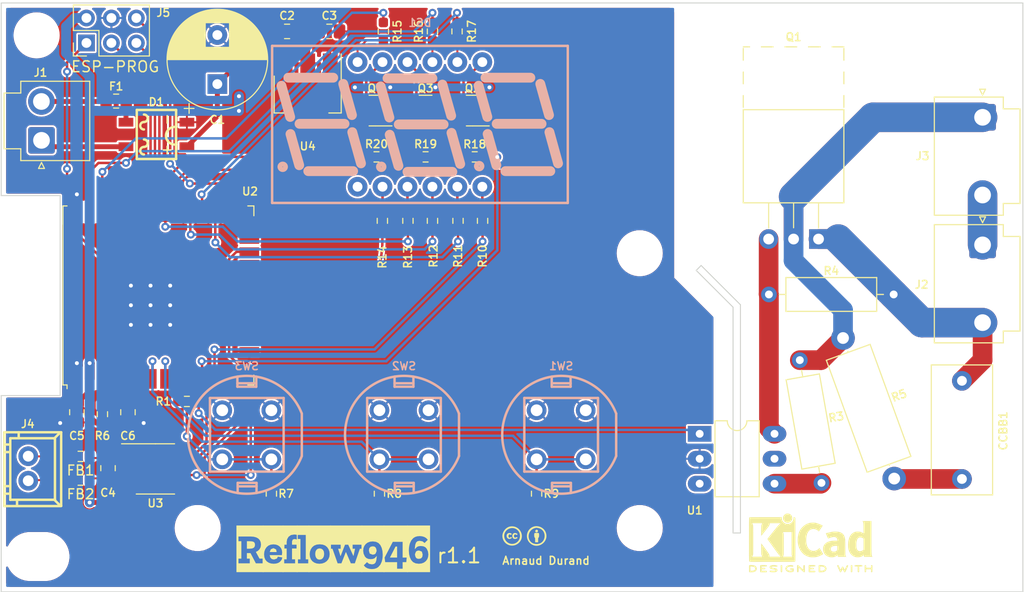
<source format=kicad_pcb>
(kicad_pcb (version 20240108) (generator "pcbnew") (generator_version "8.0")
  (layers (0 "F.Cu" signal) (31 "B.Cu" signal) (34 "B.Paste" user) (35 "F.Paste" user) (36 "B.SilkS" user "B.Silkscreen") (37 "F.SilkS" user "F.Silkscreen") (38 "B.Mask" user) (39 "F.Mask" user) (44 "Edge.Cuts" user))
  (net 0 "")
  (net 1 "Net-(C1-Pad1)")
  (net 2 "Net-(C4-Pad1)")
  (net 3 "Net-(C4-Pad2)")
  (net 4 "/ENABLE")
  (net 5 "Net-(CCBB1-Pad1)")
  (net 6 "Net-(CCBB1-Pad2)")
  (net 7 "Net-(D1-Pad2)")
  (net 8 "Net-(DS1-Pad1)")
  (net 9 "Net-(DS1-Pad2)")
  (net 12 "Net-(DS1-Pad3)")
  (net 13 "Net-(DS1-Pad4)")
  (net 14 "GND")
  (net 15 "Net-(DS1-Pad5)")
  (net 16 "+3.3V")
  (net 17 "Net-(DS1-Pad7)")
  (net 18 "Net-(DS1-Pad8)")
  (net 19 "Net-(DS1-Pad9)")
  (net 20 "Net-(D1-Pad1)")
  (net 21 "Net-(FB1-Pad2)")
  (net 22 "Net-(DS1-Pad10)")
  (net 23 "Net-(DS1-Pad11)")
  (net 24 "Net-(DS1-Pad12)")
  (net 25 "Net-(R1-Pad2)")
  (net 26 "Net-(F1-Pad1)")
  (net 28 "Net-(J3-Pad1)")
  (net 29 "/TX")
  (net 30 "/RX")
  (net 31 "/IO0")
  (net 35 "Net-(Q2-Pad1)")
  (net 36 "Net-(Q3-Pad1)")
  (net 37 "Net-(Q4-Pad1)")
  (net 38 "/firingpulse")
  (net 39 "/d2")
  (net 40 "/button3")
  (net 41 "/button2")
  (net 42 "/button1")
  (net 43 "/e")
  (net 50 "/d")
  (net 52 "/dp")
  (net 54 "/c")
  (net 55 "/g")
  (net 56 "/b")
  (net 57 "/f")
  (net 58 "/a")
  (net 60 "/d3")
  (net 61 "/d1")
  (net 62 "/MISO")
  (net 63 "/CLK")
  (net 64 "/CS")
  (net 65 "Net-(FB2-Pad2)")
  (net 66 "Net-(J2-Pad1)")
  (net 67 "Net-(Q1-Pad3)")
  (net 68 "Net-(R3-Pad1)")
  (footprint "kibuzzard-632CED8E" (layer "F.Cu") (at 133.8 125.61488)
    (property "Reference" "kibuzzard-632CED8E" (hide yes))
    (property "Value" "G***" (hide yes))
  )
  (footprint "Connector_PinHeader_2.54mm:PinHeader_2x03_P2.54mm_Vertical" (layer "F.Cu") (at 108.675 74.075 90)
    (property "Reference" "J5")
    (property "Value" "HDR-M-2.54_2x3" (hide yes))
  )
  (footprint "reflow946:MB-F" (layer "F.Cu") (at 115.8 83.4)
    (property "Reference" "D1")
    (property "Value" "MB6F" (hide yes))
  )
  (footprint "RF_Module:ESP32-WROOM-32U" (layer "F.Cu") (at 116 99.8 90)
    (property "Reference" "U2")
    (property "Value" "ESP32-WROOM-32U" (hide yes))
  )
  (footprint "reflow946:MountingHole_4.5x6mm" (layer "F.Cu") (at 103.7 126.4)
    (property "Reference" "REF**" (hide yes))
    (property "Value" "MountingHole_4.5x6mm" (hide yes))
  )
  (footprint "Resistor_SMD:R_0603_1608Metric_Pad0.98x0.95mm_HandSolder" (layer "F.Cu") (at 143.9 92.2 90)
    (property "Reference" "R12")
    (property "Value" "220R" (hide yes))
  )
  (footprint "Capacitor_SMD:C_0805_2012Metric_Pad1.18x1.45mm_HandSolder" (layer "F.Cu") (at 112.9 111.7 90)
    (property "Reference" "C6")
    (property "Value" "0.01u" (hide yes))
  )
  (footprint "Capacitor_SMD:C_0805_2012Metric_Pad1.18x1.45mm_HandSolder" (layer "F.Cu") (at 133.4 72.9)
    (property "Reference" "C3")
    (property "Value" "10u" (hide yes))
  )
  (footprint "Resistor_SMD:R_0603_1608Metric_Pad0.98x0.95mm_HandSolder" (layer "F.Cu") (at 154.5 120 -90)
    (property "Reference" "R9")
    (property "Value" "10k" (hide yes))
  )
  (footprint "Capacitor_SMD:C_0805_2012Metric_Pad1.18x1.45mm_HandSolder" (layer "F.Cu") (at 107.7 111.7 90)
    (property "Reference" "C5")
    (property "Value" "10u" (hide yes))
  )
  (footprint "reflow946:MountingHole_4.2mm" (layer "F.Cu") (at 165 95.5)
    (property "Reference" "REF**" (hide yes))
    (property "Value" "MountingHole_4.2mm" (hide yes))
  )
  (footprint "Resistor_SMD:R_0603_1608Metric_Pad0.98x0.95mm_HandSolder" (layer "F.Cu") (at 108.077 118.618 180)
    (property "Reference" "FB2")
    (property "Value" "FerriteBead")
  )
  (footprint "Resistor_SMD:R_0603_1608Metric_Pad0.98x0.95mm_HandSolder" (layer "F.Cu") (at 108.077 116.2 180)
    (property "Reference" "FB1")
    (property "Value" "FerriteBead")
  )
  (footprint "Resistor_SMD:R_0603_1608Metric_Pad0.98x0.95mm_HandSolder" (layer "F.Cu") (at 118.9 110.6)
    (property "Reference" "R1")
    (property "Value" "220R" (hide yes))
  )
  (footprint "Resistor_SMD:R_0603_1608Metric_Pad0.98x0.95mm_HandSolder" (layer "F.Cu") (at 146.4 72.9 -90)
    (property "Reference" "R17")
    (property "Value" "220R" (hide yes))
  )
  (footprint "Symbol:KiCad-Logo2_5mm_SilkScreen" (layer "F.Cu") (at 182.4 125)
    (property "Reference" "REF**" (hide yes))
    (property "Value" "KiCad-Logo2_5mm_SilkScreen" (hide yes))
  )
  (footprint "reflow946:CONN-TH_XH-2A" (layer "F.Cu") (at 102.75 117.43 -90)
    (property "Reference" "J4")
    (property "Value" "XH-A2" (hide yes))
  )
  (footprint "Resistor_SMD:R_0603_1608Metric_Pad0.98x0.95mm_HandSolder" (layer "F.Cu") (at 143.9 72.9 -90)
    (property "Reference" "R16")
    (property "Value" "220R" (hide yes))
  )
  (footprint "Capacitor_THT:CP_Radial_D10.0mm_P5.00mm" (layer "F.Cu") (at 122 78.267677 90)
    (property "Reference" "C1")
    (property "Value" "1000u" (hide yes))
  )
  (footprint "Resistor_SMD:R_0603_1608Metric_Pad0.98x0.95mm_HandSolder" (layer "F.Cu") (at 141.4 92.2 90)
    (property "Reference" "R13")
    (property "Value" "220R" (hide yes))
  )
  (footprint "Connector_JST:JST_VH_B2P3-VH_1x02_P7.92mm_Vertical" (layer "F.Cu") (at 199.9 94.65 -90)
    (property "Reference" "J2")
    (property "Value" "VH-3A2" (hide yes))
  )
  (footprint "Package_TO_SOT_SMD:SOT-223-3_TabPin2" (layer "F.Cu") (at 131.2 79.3 -90)
    (property "Reference" "U4")
    (property "Value" "AMS1117-3.3" (hide yes))
  )
  (footprint "Connector_JST:JST_VH_B2P3-VH_1x02_P7.92mm_Vertical" (layer "F.Cu") (at 199.9 81.65 -90)
    (property "Reference" "J3")
    (property "Value" "VH-3A2" (hide yes))
  )
  (footprint "Resistor_THT:R_Axial_DIN0414_L11.9mm_D4.5mm_P15.24mm_Horizontal" (layer "F.Cu") (at 190.906194 118.460458 110)
    (property "Reference" "R5")
    (property "Value" "100R" (hide yes))
  )
  (footprint "Capacitor_SMD:C_0805_2012Metric_Pad1.18x1.45mm_HandSolder" (layer "F.Cu") (at 129.1 72.9 180)
    (property "Reference" "C2")
    (property "Value" "10u" (hide yes))
  )
  (footprint "Capacitor_SMD:C_0805_2012Metric_Pad1.18x1.45mm_HandSolder" (layer "F.Cu") (at 110.871 117.4 90)
    (property "Reference" "C4")
    (property "Value" "0.01u" (hide yes))
  )
  (footprint "Package_TO_SOT_SMD:SOT-23" (layer "F.Cu") (at 143.2 80.968344 180)
    (property "Reference" "Q3")
    (property "Value" "MMBT3906" (hide yes))
  )
  (footprint "reflow946:MountingHole_4.2mm" (layer "F.Cu") (at 120 123.5)
    (property "Reference" "REF**" (hide yes))
    (property "Value" "MountingHole_4.2mm" (hide yes))
  )
  (footprint "Resistor_SMD:R_0603_1608Metric_Pad0.98x0.95mm_HandSolder" (layer "F.Cu") (at 148.2 85.683858 180)
    (property "Reference" "R18")
    (property "Value" "1k" (hide yes))
  )
  (footprint "Package_DIP:DIP-6_W7.62mm_LongPads" (layer "F.Cu") (at 171.1 113.9)
    (property "Reference" "U1")
    (property "Value" "MOC3041M" (hide yes))
  )
  (footprint "Resistor_THT:R_Axial_DIN0309_L9.0mm_D3.2mm_P12.70mm_Horizontal" (layer "F.Cu") (at 178.15 99.7)
    (property "Reference" "R4")
    (property "Value" "330R" (hide yes))
  )
  (footprint "Resistor_SMD:R_0603_1608Metric_Pad0.98x0.95mm_HandSolder" (layer "F.Cu") (at 143.2 85.683858)
    (property "Reference" "R19")
    (property "Value" "1k" (hide yes))
  )
  (footprint "Resistor_SMD:R_0603_1608Metric_Pad0.98x0.95mm_HandSolder" (layer "F.Cu") (at 138.9 72.9 -90)
    (property "Reference" "R15")
    (property "Value" "220R" (hide yes))
  )
  (footprint "Package_TO_SOT_SMD:SOT-23" (layer "F.Cu") (at 138.1 80.968344 180)
    (property "Reference" "Q4")
    (property "Value" "MMBT3906" (hide yes))
  )
  (footprint "reflow946:MountingHole_4.2mm" (layer "F.Cu") (at 194.6 73.3)
    (property "Reference" "REF**" (hide yes))
    (property "Value" "MountingHole_4.2mm" (hide yes))
  )
  (footprint "Resistor_SMD:R_0603_1608Metric_Pad0.98x0.95mm_HandSolder" (layer "F.Cu") (at 138.8 92.2 90)
    (property "Reference" "R14")
    (property "Value" "220R" (hide yes))
  )
  (footprint "Connector_JST:JST_VH_B2P-VH_1x02_P3.96mm_Vertical" (layer "F.Cu") (at 104.1 84 90)
    (property "Reference" "J1")
    (property "Value" "VH-2A" (hide yes))
  )
  (footprint "reflow946:MountingHole_4.5x6mm" (layer "F.Cu") (at 194.6 126.4)
    (property "Reference" "REF**" (hide yes))
    (property "Value" "MountingHole_4.5x6mm" (hide yes))
  )
  (footprint "Resistor_THT:R_Axial_DIN0309_L9.0mm_D3.2mm_P12.70mm_Horizontal" (layer "F.Cu") (at 183.5 118.9 100)
    (property "Reference" "R3")
    (property "Value" "30R" (hide yes))
  )
  (footprint "Package_TO_SOT_SMD:SOT-23" (layer "F.Cu") (at 148 80.968344 180)
    (property "Reference" "Q2")
    (property "Value" "MMBT3906" (hide yes))
  )
  (footprint "reflow946:MountingHole_4.2mm" (layer "F.Cu") (at 165 123.5)
    (property "Reference" "REF**" (hide yes))
    (property "Value" "MountingHole_4.2mm" (hide yes))
  )
  (footprint "Fuse:Fuse_0805_2012Metric_Pad1.15x1.40mm_HandSolder" (layer "F.Cu") (at 111.7 80)
    (property "Reference" "F1")
    (property "Value" "SMD0805-020-16V" (hide yes))
  )
  (footprint "Resistor_SMD:R_0603_1608Metric_Pad0.98x0.95mm_HandSolder" (layer "F.Cu") (at 127.5 120 -90)
    (property "Reference" "R7")
    (property "Value" "10k" (hide yes))
  )
  (footprint "Resistor_SMD:R_0603_1608Metric_Pad0.98x0.95mm_HandSolder" (layer "F.Cu") (at 138.2 85.683858)
    (property "Reference" "R20")
    (property "Value" "1k" (hide yes))
  )
  (footprint "Package_TO_SOT_THT:TO-220-3_Horizontal_TabUp" (layer "F.Cu") (at 183.2 94.055 180)
    (property "Reference" "Q1")
    (property "Value" "BTA16-600BRG" (hide yes))
  )
  (footprint "Package_SO:SOIC-8_3.9x4.9mm_P1.27mm" (layer "F.Cu") (at 115.697 117.475)
    (property "Reference" "U3")
    (property "Value" "MAX31855KASA" (hide yes))
  )
  (footprint "Resistor_SMD:R_0603_1608Metric_Pad0.98x0.95mm_HandSolder" (layer "F.Cu") (at 146.5 92.2 90)
    (property "Reference" "R11")
    (property "Value" "220R" (hide yes))
  )
  (footprint "Resistor_SMD:R_0603_1608Metric_Pad0.98x0.95mm_HandSolder" (layer "F.Cu") (at 138.5 120 -90)
    (property "Reference" "R8")
    (property "Value" "10k" (hide yes))
  )
  (footprint "Resistor_SMD:R_0603_1608Metric_Pad0.98x0.95mm_HandSolder" (layer "F.Cu") (at 149 92.2 90)
    (property "Reference" "R10")
    (property "Value" "220R" (hide yes))
  )
  (footprint "reflow946:MountingHole_4.2mm" (layer "F.Cu") (at 103.6 73.3)
    (property "Reference" "REF**" (hide yes))
    (property "Value" "MountingHole_4.2mm" (hide yes))
  )
  (footprint "Resistor_SMD:R_0603_1608Metric_Pad0.98x0.95mm_HandSolder" (layer "F.Cu") (at 110.3 111.9 -90)
    (property "Reference" "R6")
    (property "Value" "10k" (hide yes))
  )
  (footprint "Capacitor_THT:C_Rect_L13.0mm_W6.0mm_P10.00mm_FKS3_FKP3_MKS4" (layer "F.Cu") (at 197.8 118.5 90)
    (property "Reference" "CCBB1")
    (property "Value" "100n" (hide yes))
  )
  (footprint "reflow946:FJ4301BH" (layer "B.Cu") (at 142.625 82.37513 180)
    (property "Reference" "DS1")
    (property "Value" "FJ4301BH" (hide yes))
  )
  (footprint "reflow946:SW-TH_D6C10F1LFS" (layer "B.Cu") (at 125 114 180)
    (property "Reference" "SW3")
    (property "Value" "SW_Push" (hide yes))
  )
  (footprint "reflow946:SW-TH_D6C10F1LFS" (layer "B.Cu") (at 141 114 180)
    (property "Reference" "SW2")
    (property "Value" "SW_Push" (hide yes))
  )
  (footprint "reflow946:SW-TH_D6C10F1LFS" (layer "B.Cu") (at 157 114 180)
    (property "Reference" "SW1")
    (property "Value" "SW_Push" (hide yes))
  )
  (gr_poly (pts (xy 151.7124 124.00432) (xy 151.6616 124.01093) (xy 151.61283 124.02566) (xy 151.56863 124.04801) (xy 151.53155 124.07747) (xy 151.50158 124.11253) (xy 151.4777 124.15215) (xy 151.46094 124.19533) (xy 151.45027 124.24054) (xy 151.44621 124.28728) (xy 151.44875 124.33452) (xy 151.45687 124.38126) (xy 151.4711 124.42647) (xy 151.49142 124.46914) (xy 151.51733 124.50775) (xy 151.54933 124.54179) (xy 151.58641 124.57023) (xy 151.62959 124.59157) (xy 151.67735 124.60529) (xy 151.74593 124.60935) (xy 151.81349 124.59868) (xy 151.87496 124.57633) (xy 151.92576 124.54636) (xy 151.96132 124.51232) (xy 151.97656 124.47778) (xy 151.96691 124.44527) (xy 151.92779 124.41987) (xy 151.90493 124.41631) (xy 151.87902 124.42037) (xy 151.85362 124.43104) (xy 151.79419 124.47676) (xy 151.7571 124.48895) (xy 151.72307 124.48641) (xy 151.69259 124.47016) (xy 151.66719 124.4412) (xy 151.6489 124.40056) (xy 151.63874 124.34976) (xy 151.63874 124.28982) (xy 151.66211 124.20701) (xy 151.70884 124.15672) (xy 151.76828 124.14453) (xy 151.82873 124.17806) (xy 151.84651 124.19025) (xy 151.86785 124.19431) (xy 151.89172 124.19076) (xy 151.91915 124.17958) (xy 151.95116 124.15621) (xy 151.96691 124.13234) (xy 151.96741 124.10745) (xy 151.95471 124.08357) (xy 151.93135 124.06071) (xy 151.89833 124.0409) (xy 151.85819 124.02413) (xy 151.81247 124.01194) (xy 151.76371 124.00483)) (fill solid) (layer "F.SilkS"))
  (gr_poly (pts (xy 154.4937 123.30684) (xy 154.43883 123.30785) (xy 154.38397 123.31192) (xy 154.32911 123.31903) (xy 154.27526 123.33021) (xy 154.21989 123.34494) (xy 154.16604 123.36272) (xy 154.11422 123.38253) (xy 154.06444 123.40539) (xy 154.01618 123.43079) (xy 153.97046 123.45822) (xy 153.92626 123.48819) (xy 153.84447 123.55423) (xy 153.77081 123.62789) (xy 153.73729 123.66752) (xy 153.67683 123.75083) (xy 153.64991 123.79452) (xy 153.60317 123.88596) (xy 153.56558 123.98146) (xy 153.53815 124.08001) (xy 153.52748 124.13031) (xy 153.51986 124.1806) (xy 153.51224 124.28321) (xy 153.51349 124.35992) (xy 153.6875 124.35992) (xy 153.69004 124.27559) (xy 153.7002 124.19127) (xy 153.70833 124.1491) (xy 153.73119 124.06681) (xy 153.76218 123.98603) (xy 153.80129 123.90831) (xy 153.84905 123.83414) (xy 153.90442 123.76455) (xy 153.96843 123.70003) (xy 154.04107 123.6411) (xy 154.08019 123.61418) (xy 154.12133 123.58929) (xy 154.16502 123.56592) (xy 154.21074 123.54458) (xy 154.30777 123.50851) (xy 154.35959 123.49378) (xy 154.46931 123.47143) (xy 154.52265 123.47753) (xy 154.6334 123.49429) (xy 154.735 123.51664) (xy 154.78275 123.53087) (xy 154.82847 123.54763) (xy 154.91331 123.58776) (xy 154.99001 123.63551) (xy 155.05809 123.68987) (xy 155.11854 123.75083) (xy 155.14597 123.78334) (xy 155.19372 123.85192) (xy 155.21506 123.88799) (xy 155.25113 123.96317) (xy 155.27957 124.04141) (xy 155.29989 124.12218) (xy 155.30751 124.16282) (xy 155.31615 124.24562) (xy 155.31717 124.32893) (xy 155.31056 124.41225) (xy 155.29634 124.49454) (xy 155.275 124.57481) (xy 155.24554 124.65253) (xy 155.20896 124.72721) (xy 155.16527 124.79782) (xy 155.14089 124.83135) (xy 155.08603 124.89434) (xy 155.05605 124.9238) (xy 154.99052 124.97765) (xy 154.91788 125.02439) (xy 154.83812 125.0635) (xy 154.79545 125.07976) (xy 154.70553 125.10516) (xy 154.65778 125.11481) (xy 154.60851 125.12141) (xy 154.55771 125.12548) (xy 154.50487 125.127) (xy 154.44849 125.12548) (xy 154.39413 125.12141) (xy 154.29151 125.10516) (xy 154.19703 125.07874) (xy 154.15283 125.06249) (xy 154.11067 125.04369) (xy 154.03193 125) (xy 153.99586 124.97562) (xy 153.92931 124.92075) (xy 153.89883 124.89129) (xy 153.84447 124.82728) (xy 153.79825 124.75769) (xy 153.75964 124.68403) (xy 153.72967 124.60681) (xy 153.70731 124.52655) (xy 153.69919 124.4854) (xy 153.68953 124.40209) (xy 153.6875 124.35992) (xy 153.51349 124.35992) (xy 153.51986 124.43765) (xy 153.52799 124.48895) (xy 153.53866 124.53975) (xy 153.55187 124.59005) (xy 153.56812 124.64034) (xy 153.58692 124.68961) (xy 153.60876 124.73838) (xy 153.63365 124.78613) (xy 153.66109 124.83287) (xy 153.69157 124.87859) (xy 153.72509 124.92279) (xy 153.76167 124.96597) (xy 153.80129 125.00813) (xy 153.84143 125.04623) (xy 153.92423 125.11481) (xy 153.96639 125.14478) (xy 154.05275 125.1966) (xy 154.14064 125.23775) (xy 154.18534 125.25502) (xy 154.27526 125.28143) (xy 154.36568 125.2982) (xy 154.4556 125.30582) (xy 154.54551 125.3048) (xy 154.63441 125.29566) (xy 154.72179 125.27788) (xy 154.80713 125.25299) (xy 154.88994 125.22047) (xy 154.96919 125.18085) (xy 155.04539 125.13462) (xy 155.11752 125.0823) (xy 155.18509 125.02439) (xy 155.24757 124.96089) (xy 155.30447 124.8918) (xy 155.35527 124.81865) (xy 155.39946 124.74092) (xy 155.43655 124.65913) (xy 155.46601 124.57328) (xy 155.4782 124.52959) (xy 155.48785 124.48489) (xy 155.50055 124.39294) (xy 155.5036 124.34621) (xy 155.50208 124.2507) (xy 155.49141 124.15367) (xy 155.46957 124.05461) (xy 155.43756 123.95454) (xy 155.41724 123.90425) (xy 155.39387 123.85345) (xy 155.36797 123.80569) (xy 155.33952 123.75896) (xy 155.30802 123.71476) (xy 155.27399 123.67209) (xy 155.23741 123.63094) (xy 155.19829 123.59233) (xy 155.15715 123.55576) (xy 155.06875 123.48921) (xy 155.02202 123.45975) (xy 154.97325 123.43231) (xy 154.92347 123.40742) (xy 154.87216 123.38507) (xy 154.82034 123.36526) (xy 154.767 123.34799) (xy 154.71315 123.33376) (xy 154.6588 123.32259) (xy 154.54907 123.30887)) (fill solid) (layer "F.SilkS"))
  (gr_poly (pts (xy 151.97707 123.32411) (xy 151.92271 123.32614) (xy 151.86785 123.33122) (xy 151.81197 123.33935) (xy 151.75405 123.35154) (xy 151.69767 123.3678) (xy 151.64229 123.38863) (xy 151.58794 123.41352) (xy 151.53511 123.44197) (xy 151.4838 123.47397) (xy 151.43452 123.50902) (xy 151.38677 123.54763) (xy 151.34156 123.58878) (xy 151.29838 123.63297) (xy 151.25774 123.67971) (xy 151.21964 123.72848) (xy 151.18408 123.77928) (xy 151.15157 123.8316) (xy 151.1221 123.88596) (xy 151.09569 123.94133) (xy 151.07333 123.99823) (xy 151.05403 124.05563) (xy 151.03828 124.11405) (xy 151.0266 124.17298) (xy 151.01898 124.23191) (xy 151.01581 124.31369) (xy 151.20287 124.31369) (xy 151.20338 124.26391) (xy 151.20694 124.21362) (xy 151.21405 124.16333) (xy 151.22472 124.11303) (xy 151.23894 124.06274) (xy 151.25672 124.01296) (xy 151.27857 123.96368) (xy 151.30397 123.91491) (xy 151.33394 123.86716) (xy 151.36747 123.81992) (xy 151.40353 123.77623) (xy 151.44265 123.73508) (xy 151.48431 123.69749) (xy 151.52901 123.66295) (xy 151.57524 123.63145) (xy 151.62401 123.60351) (xy 151.6743 123.57862) (xy 151.72611 123.55728) (xy 151.77945 123.5395) (xy 151.8333 123.52477) (xy 151.88817 123.5141) (xy 151.94354 123.50648) (xy 151.99942 123.50293) (xy 152.05479 123.50293) (xy 152.11016 123.50699) (xy 152.16553 123.51461) (xy 152.21938 123.52629) (xy 152.27272 123.54204) (xy 152.32505 123.56135) (xy 152.37585 123.58522) (xy 152.42614 123.61316) (xy 152.47389 123.64466) (xy 152.51809 123.67768) (xy 152.55923 123.71375) (xy 152.59733 123.75185) (xy 152.63188 123.79147) (xy 152.66337 123.83363) (xy 152.69233 123.87681) (xy 152.71722 123.92152) (xy 152.73957 123.96775) (xy 152.75888 124.01499) (xy 152.77463 124.06325) (xy 152.78783 124.11253) (xy 152.8046 124.21209) (xy 152.80917 124.31319) (xy 152.80663 124.36399) (xy 152.80155 124.41428) (xy 152.79291 124.46406) (xy 152.78174 124.51334) (xy 152.76751 124.56211) (xy 152.75075 124.60935) (xy 152.73043 124.65609) (xy 152.70757 124.70181) (xy 152.68166 124.74549) (xy 152.65271 124.78817) (xy 152.6207 124.82881) (xy 152.58616 124.86741) (xy 152.54857 124.90399) (xy 152.50843 124.93853) (xy 152.46525 124.97054) (xy 152.41903 125) (xy 152.37026 125.02642) (xy 152.31895 125.05029) (xy 152.26459 125.07112) (xy 152.20922 125.08789) (xy 152.15436 125.10059) (xy 152.1 125.10922) (xy 152.04666 125.11379) (xy 151.99383 125.11532) (xy 151.94201 125.11278) (xy 151.89071 125.10668) (xy 151.84092 125.09754) (xy 151.79215 125.08484) (xy 151.74491 125.0696) (xy 151.69868 125.05131) (xy 151.65398 125.02997) (xy 151.6108 125.00559) (xy 151.56965 124.97917) (xy 151.52952 124.95022) (xy 151.49193 124.91923) (xy 151.42131 124.85014) (xy 151.35985 124.77394) (xy 151.30701 124.69063) (xy 151.26434 124.60224) (xy 151.24707 124.55601) (xy 151.23234 124.50927) (xy 151.22015 124.46101) (xy 151.21151 124.41275) (xy 151.20541 124.36348) (xy 151.20287 124.31369) (xy 151.01581 124.31369) (xy 151.01644 124.35027) (xy 151.02203 124.40869) (xy 151.03066 124.46406) (xy 151.04184 124.51842) (xy 151.05555 124.57074) (xy 151.0901 124.67082) (xy 151.11042 124.71806) (xy 151.13328 124.76429) (xy 151.18459 124.85065) (xy 151.24351 124.93041) (xy 151.27552 124.96749) (xy 151.34461 125.03607) (xy 151.41928 125.09703) (xy 151.49904 125.14986) (xy 151.58286 125.19457) (xy 151.67074 125.23114) (xy 151.71595 125.24638) (xy 151.8079 125.26975) (xy 151.90239 125.28397) (xy 151.99789 125.28956) (xy 152.09441 125.28499) (xy 152.19093 125.27127) (xy 152.23919 125.26061) (xy 152.28695 125.2474) (xy 152.38143 125.21336) (xy 152.47389 125.16866) (xy 152.56381 125.11329) (xy 152.60749 125.08179) (xy 152.65067 125.04725) (xy 152.69233 125.01016) (xy 152.73195 124.97105) (xy 152.76853 124.93091) (xy 152.80257 124.88977) (xy 152.83355 124.84811) (xy 152.862 124.80544) (xy 152.8874 124.76226) (xy 152.91026 124.71806) (xy 152.94785 124.62865) (xy 152.97529 124.53721) (xy 152.99256 124.44476) (xy 153.00018 124.3523) (xy 152.99865 124.25985) (xy 152.99459 124.21362) (xy 152.97986 124.12269) (xy 152.95649 124.03379) (xy 152.92449 123.94692) (xy 152.9062 123.90475) (xy 152.86302 123.82297) (xy 152.81222 123.74524) (xy 152.75481 123.67158) (xy 152.69081 123.60351) (xy 152.62019 123.54153) (xy 152.54349 123.48616) (xy 152.4617 123.43739) (xy 152.37381 123.39675) (xy 152.3286 123.37948) (xy 152.28136 123.36424) (xy 152.18433 123.34087) (xy 152.13404 123.33275) (xy 152.08273 123.32716) (xy 152.03041 123.32411)) (fill solid) (layer "F.SilkS"))
  (gr_poly (pts (xy 152.29965 124.00585) (xy 152.25088 124.00788) (xy 152.20516 124.01702) (xy 152.16452 124.03328) (xy 152.1188 124.06477) (xy 152.08222 124.10541) (xy 152.05479 124.15317) (xy 152.03549 124.20651) (xy 152.02533 124.2634) (xy 152.02329 124.32182) (xy 152.0299 124.37923) (xy 152.04514 124.4346) (xy 152.06851 124.4854) (xy 152.1 124.52959) (xy 152.13963 124.56566) (xy 152.18738 124.59106) (xy 152.23259 124.60325) (xy 152.28136 124.60783) (xy 152.33165 124.60579) (xy 152.38093 124.59767) (xy 152.42817 124.58497) (xy 152.47084 124.56871) (xy 152.50691 124.5489) (xy 152.53434 124.52705) (xy 152.55161 124.50419) (xy 152.55619 124.48133) (xy 152.54653 124.45898) (xy 152.52012 124.43815) (xy 152.49116 124.42647) (xy 152.4617 124.42495) (xy 152.43122 124.43307) (xy 152.34994 124.47371) (xy 152.30676 124.47829) (xy 152.26866 124.4666) (xy 152.23716 124.44019) (xy 152.21379 124.40209) (xy 152.20059 124.35281) (xy 152.19805 124.29439) (xy 152.20821 124.22886) (xy 152.24681 124.17653) (xy 152.31336 124.14859) (xy 152.38042 124.15012) (xy 152.42106 124.18619) (xy 152.4302 124.20092) (xy 152.44646 124.20549) (xy 152.47084 124.19939) (xy 152.50539 124.18314) (xy 152.54603 124.15977) (xy 152.56076 124.14148) (xy 152.55111 124.11913) (xy 152.51758 124.08408) (xy 152.48456 124.05715) (xy 152.44392 124.03582) (xy 152.3982 124.02007) (xy 152.34943 124.00991)) (fill solid) (layer "F.SilkS"))
  (gr_poly (pts (xy 154.50487 123.98705) (xy 154.43121 123.98857) (xy 154.36517 123.99416) (xy 154.31387 124.0028) (xy 154.28593 124.0155) (xy 154.26916 124.04953) (xy 154.25849 124.10745) (xy 154.25341 124.18009) (xy 154.25443 124.25934) (xy 154.26002 124.33655) (xy 154.27069 124.40412) (xy 154.28542 124.45238) (xy 154.30472 124.47422) (xy 154.33012 124.48743) (xy 154.34435 124.52096) (xy 154.35044 124.59259) (xy 154.35197 124.95174) (xy 154.65778 124.95174) (xy 154.6588 124.59259) (xy 154.66489 124.52096) (xy 154.67912 124.48743) (xy 154.70452 124.47422) (xy 154.72382 124.45238) (xy 154.73906 124.40412) (xy 154.74922 124.33655) (xy 154.75532 124.25934) (xy 154.75583 124.18009) (xy 154.75075 124.10745) (xy 154.74059 124.04953) (xy 154.72331 124.0155) (xy 154.69537 124.0028) (xy 154.64457 123.99416) (xy 154.57853 123.98857)) (fill solid) (layer "F.SilkS"))
  (gr_poly (pts (xy 154.48913 123.6665) (xy 154.4429 123.68225) (xy 154.40175 123.71832) (xy 154.36771 123.76709) (xy 154.35451 123.80569) (xy 154.36213 123.84329) (xy 154.38905 123.88901) (xy 154.44442 123.93168) (xy 154.51453 123.93981) (xy 154.58209 123.91542) (xy 154.63086 123.86056) (xy 154.64508 123.80773) (xy 154.63797 123.75947) (xy 154.61511 123.71832) (xy 154.57955 123.68733) (xy 154.53637 123.66904)) (fill solid) (layer "F.SilkS"))
  (gr_line (start 174.50074 101.0007) (end 174.50074 124.00039) (stroke (width 0.1)) (layer "Edge.Cuts"))
  (gr_line (start 100 129.99987) (end 100 109.99999) (stroke (width 0.1)) (layer "Edge.Cuts"))
  (gr_line (start 174.50074 124.00039) (end 175.25004 124.00039) (stroke (width 0.1)) (layer "Edge.Cuts"))
  (gr_line (start 171.24954 96.74873) (end 170.74915 97.24912) (stroke (width 0.1)) (layer "Edge.Cuts"))
  (gr_line (start 100 109.99999) (end 105.99998 109.99999) (stroke (width 0.1)) (layer "Edge.Cuts"))
  (gr_line (start 100 89.625) (end 100 70) (stroke (width 0.1)) (layer "Edge.Cuts"))
  (gr_line (start 204.00029 129.99987) (end 100 129.99987) (stroke (width 0.1)) (layer "Edge.Cuts"))
  (gr_line (start 105.99998 109.99999) (end 105.99998 89.625) (stroke (width 0.1)) (layer "Edge.Cuts"))
  (gr_line (start 204.00029 70) (end 204.00029 129.99987) (stroke (width 0.1)) (layer "Edge.Cuts"))
  (gr_line (start 100 70) (end 204.00029 70) (stroke (width 0.1)) (layer "Edge.Cuts"))
  (gr_line (start 175.25004 124.00039) (end 175.25004 100.74923) (stroke (width 0.1)) (layer "Edge.Cuts"))
  (gr_line (start 105.99998 89.625) (end 100 89.625) (stroke (width 0.1)) (layer "Edge.Cuts"))
  (gr_line (start 170.74915 97.24912) (end 174.50074 101.0007) (stroke (width 0.1)) (layer "Edge.Cuts"))
  (gr_line (start 175.25004 100.74923) (end 171.24954 96.74873) (stroke (width 0.1)) (layer "Edge.Cuts"))
  (gr_text "Arnaud Durand" (at 150.92509 126.82279 0) (layer "F.SilkS") (effects (font (size 0.8 0.8)) (justify left)))
  (gr_text "ESP-PROG" (at 111.6 76.5 0) (layer "F.SilkS") (effects (font (size 1.1 1.1))))
  (gr_text "r1.1" (at 146.6 126.31618 0) (layer "F.SilkS") (effects (font (size 1.5 1.5) (thickness 0.2))))
  (segment (start 124.117677 76.15) (end 122 78.267677) (width 0.5) (layer "F.Cu") (net 1))
  (segment (start 122 81.55) (end 118.9 84.65) (width 0.5) (layer "F.Cu") (net 1))
  (segment (start 128.9 74.1375) (end 130.1375 72.9) (width 0.5) (layer "F.Cu") (net 1))
  (segment (start 128.9 76.15) (end 124.117677 76.15) (width 0.5) (layer "F.Cu") (net 1))
  (segment (start 122 78.267677) (end 122 81.55) (width 0.5) (layer "F.Cu") (net 1))
  (segment (start 128.9 76.15) (end 128.9 74.1375) (width 0.5) (layer "F.Cu") (net 1))
  (segment (start 111.1985 118.11) (end 110.871 118.4375) (width 0.2) (layer "F.Cu") (net 2))
  (segment (start 113.222 118.11) (end 111.1985 118.11) (width 0.2) (layer "F.Cu") (net 2))
  (segment (start 109.17 118.4375) (end 108.9895 118.618) (width 0.2) (layer "F.Cu") (net 2))
  (segment (start 110.871 118.4375) (end 109.17 118.4375) (width 0.2) (layer "F.Cu") (net 2))
  (segment (start 111.3485 116.84) (end 110.871 116.3625) (width 0.2) (layer "F.Cu") (net 3))
  (segment (start 113.222 116.84) (end 111.3485 116.84) (width 0.2) (layer "F.Cu") (net 3))
  (segment (start 109.152 116.3625) (end 108.9895 116.2) (width 0.2) (layer "F.Cu") (net 3))
  (segment (start 110.871 116.3625) (end 109.152 116.3625) (width 0.2) (layer "F.Cu") (net 3))
  (segment (start 106.7 77) (end 106.7 76.05) (width 0.25) (layer "F.Cu") (net 4))
  (segment (start 110.3 96.1) (end 106.7 92.5) (width 0.25) (layer "F.Cu") (net 4))
  (segment (start 110.3 110.9875) (end 110.3 96.1) (width 0.25) (layer "F.Cu") (net 4))
  (segment (start 106.7 76.05) (end 108.675 74.075) (width 0.25) (layer "F.Cu") (net 4))
  (segment (start 110.625 110.6625) (end 110.3 110.9875) (width 0.25) (layer "F.Cu") (net 4))
  (segment (start 112.9 110.6625) (end 110.625 110.6625) (width 0.25) (layer "F.Cu") (net 4))
  (segment (start 106.7 92.5) (end 106.7 86.9) (width 0.25) (layer "F.Cu") (net 4))
  (via (at 106.7 77) (size 0.8) (drill 0.4) (layers "F.Cu" "B.Cu") (net 4))
  (via (at 106.7 86.9) (size 0.8) (drill 0.4) (layers "F.Cu" "B.Cu") (net 4))
  (segment (start 106.7 86.9) (end 106.7 77) (width 0.25) (layer "B.Cu") (net 4))
  (segment (start 190.945736 118.5) (end 190.906194 118.460458) (width 2) (layer "F.Cu") (net 5))
  (segment (start 197.8 118.5) (end 190.945736 118.5) (width 2) (layer "F.Cu") (net 5))
  (segment (start 183.2 94.055) (end 185.205 94.055) (width 2) (layer "F.Cu") (net 6))
  (segment (start 199.9 102.57) (end 193.72 102.57) (width 3) (layer "F.Cu") (net 6))
  (segment (start 193.72 102.57) (end 190.85 99.7) (width 3) (layer "F.Cu") (net 6))
  (segment (start 185.205 94.055) (end 190.85 99.7) (width 3) (layer "F.Cu") (net 6))
  (segment (start 199.9 102.57) (end 199.9 106.4) (width 2) (layer "F.Cu") (net 6))
  (segment (start 199.9 106.4) (end 197.8 108.5) (width 2) (layer "F.Cu") (net 6))
  (segment (start 199.9 102.57) (end 193.72 102.57) (width 3) (layer "B.Cu") (net 6))
  (segment (start 193.72 102.57) (end 185.205 94.055) (width 3) (layer "B.Cu") (net 6))
  (segment (start 185.205 94.055) (end 183.2 94.055) (width 2) (layer "B.Cu") (net 6))
  (segment (start 112.7 84.65) (end 104.75 84.65) (width 0.5) (layer "F.Cu") (net 7))
  (segment (start 104.75 84.65) (end 104.1 84) (width 0.5) (layer "F.Cu") (net 7))
  (segment (start 148.975 88.72513) (end 148.975 91.2625) (width 0.25) (layer "F.Cu") (net 8))
  (segment (start 148.975 91.2625) (end 149 91.2875) (width 0.25) (layer "F.Cu") (net 8))
  (segment (start 146.435 88.72513) (end 146.435 91.2225) (width 0.25) (layer "F.Cu") (net 9))
  (segment (start 146.435 91.2225) (end 146.5 91.2875) (width 0.25) (layer "F.Cu") (net 9))
  (segment (start 143.895 88.72513) (end 143.895 91.2825) (width 0.25) (layer "F.Cu") (net 12))
  (segment (start 143.895 91.2825) (end 143.9 91.2875) (width 0.25) (layer "F.Cu") (net 12))
  (segment (start 141.355 88.72513) (end 141.355 91.2425) (width 0.25) (layer "F.Cu") (net 13))
  (segment (start 141.355 91.2425) (end 141.4 91.2875) (width 0.25) (layer "F.Cu") (net 13))
  (via (at 117.2 100.8) (size 0.8) (drill 0.4) (layers "F.Cu" "B.Cu") (net 14))
  (via (at 106 112.8) (size 0.8) (drill 0.4) (layers "F.Cu" "B.Cu") (net 14))
  (via (at 113.2 100.8) (size 0.8) (drill 0.4) (layers "F.Cu" "B.Cu") (net 14))
  (via (at 107.7 106.7) (size 0.8) (drill 0.4) (layers "F.Cu" "B.Cu") (net 14))
  (via (at 117.2 102.8) (size 0.8) (drill 0.4) (layers "F.Cu" "B.Cu") (net 14))
  (via (at 115.2 100.8) (size 0.8) (drill 0.4) (layers "F.Cu" "B.Cu") (net 14))
  (via (at 117.2 98.8) (size 0.8) (drill 0.4) (layers "F.Cu" "B.Cu") (net 14))
  (via (at 114.5 112.8) (size 0.8) (drill 0.4) (layers "F.Cu" "B.Cu") (net 14))
  (via (at 115.2 98.8) (size 0.8) (drill 0.4) (layers "F.Cu" "B.Cu") (net 14))
  (via (at 113.2 98.8) (size 0.8) (drill 0.4) (layers "F.Cu" "B.Cu") (net 14))
  (via (at 115.2 102.8) (size 0.8) (drill 0.4) (layers "F.Cu" "B.Cu") (net 14))
  (via (at 107.7 89.5) (size 0.8) (drill 0.4) (layers "F.Cu" "B.Cu") (net 14))
  (via (at 113.2 102.8) (size 0.8) (drill 0.4) (layers "F.Cu" "B.Cu") (net 14))
  (segment (start 138.815 91.2725) (end 138.8 91.2875) (width 0.25) (layer "F.Cu") (net 15))
  (segment (start 138.815 88.72513) (end 138.815 91.2725) (width 0.25) (layer "F.Cu") (net 15))
  (segment (start 127.4875 120.9) (end 112.525 120.9) (width 0.5) (layer "F.Cu") (net 16))
  (segment (start 112.525 120.9) (end 109 120.9) (width 0.5) (layer "F.Cu") (net 16))
  (segment (start 109.015 108.3) (end 109.015 106.715) (width 1) (layer "F.Cu") (net 16))
  (segment (start 132.15 82.45) (end 131.2 82.45) (width 0.5) (layer "F.Cu") (net 16))
  (segment (start 109.015 109.485) (end 109.015 108.3) (width 0.5) (layer "F.Cu") (net 16))
  (segment (start 109.015 106.715) (end 109 106.7) (width 1) (layer "F.Cu") (net 16))
  (segment (start 107.7 110.8) (end 107.7 110.6625) (width 0.5) (layer "F.Cu") (net 16))
  (segment (start 113.222 120.838) (end 113.222 119.38) (width 0.5) (layer "F.Cu") (net 16))
  (segment (start 131.2 74.0625) (end 132.3625 72.9) (width 0.5) (layer "F.Cu") (net 16))
  (segment (start 107.8375 110.6625) (end 109.015 109.485) (width 0.5) (layer "F.Cu") (net 16))
  (segment (start 109.7125 112.8125) (end 107.7 110.8) (width 0.5) (layer "F.Cu") (net 16))
  (segment (start 113.284 120.9) (end 113.222 120.838) (width 0.5) (layer "F.Cu") (net 16))
  (segment (start 107.7 110.6625) (end 107.8375 110.6625) (width 0.5) (layer "F.Cu") (net 16))
  (segment (start 127.5 120.9125) (end 127.4875 120.9) (width 0.5) (layer "F.Cu") (net 16))
  (segment (start 138.5 120.9125) (end 127.5 120.9125) (width 0.5) (layer "F.Cu") (net 16))
  (segment (start 131.2 76.15) (end 131.2 74.0625) (width 0.5) (layer "F.Cu") (net 16))
  (segment (start 110.3 112.8125) (end 109.7125 112.8125) (width 0.5) (layer "F.Cu") (net 16))
  (segment (start 154.5 120.9125) (end 138.5 120.9125) (width 0.5) (layer "F.Cu") (net 16))
  (via (at 124.2 79.5) (size 0.8) (drill 0.4) (layers "F.Cu" "B.Cu") (net 16))
  (via (at 144.2 78.6) (size 0.8) (drill 0.4) (layers "F.Cu" "B.Cu") (net 16))
  (via (at 109 106.7) (size 0.8) (drill 0.4) (layers "F.Cu" "B.Cu") (net 16))
  (via (at 109 120.9) (size 0.8) (drill 0.4) (layers "F.Cu" "B.Cu") (net 16))
  (via (at 139.6 78.6) (size 0.8) (drill 0.4) (layers "F.Cu" "B.Cu") (net 16))
  (via (at 124.2 81) (size 0.8) (drill 0.4) (layers "F.Cu" "B.Cu") (net 16))
  (via (at 149.7 78.6) (size 0.8) (drill 0.4) (layers "F.Cu" "B.Cu") (net 16))
  (via (at 136 78.6) (size 0.8) (drill 0.4) (layers "F.Cu" "B.Cu") (net 16))
  (segment (start 124.2 81) (end 124.2 79.5) (width 1) (layer "B.Cu") (net 16))
  (segment (start 107.465 71.535) (end 108.675 71.535) (width 1) (layer "B.Cu") (net 16))
  (segment (start 149.7 78.6) (end 144.2 78.6) (width 0.8) (layer "B.Cu") (net 16))
  (segment (start 109 81) (end 124.2 81) (width 1) (layer "B.Cu") (net 16))
  (segment (start 109 85.9) (end 109 77.5) (width 1) (layer "B.Cu") (net 16))
  (segment (start 109 77.5) (end 106.6 75.1) (width 1) (layer "B.Cu") (net 16))
  (segment (start 106.6 72.4) (end 107.465 71.535) (width 1) (layer "B.Cu") (net 16))
  (segment (start 139.6 78.6) (end 144.2 78.6) (width 0.8) (layer "B.Cu") (net 16))
  (segment (start 136 78.6) (end 139.6 78.6) (width 0.8) (layer "B.Cu") (net 16))
  (segment (start 109 106.7) (end 109 120.9) (width 1) (layer "B.Cu") (net 16))
  (segment (start 106.6 75.1) (end 106.6 72.4) (width 1) (layer "B.Cu") (net 16))
  (segment (start 109 106.7) (end 109 85.9) (width 1) (layer "B.Cu") (net 16))
  (segment (start 136.275 76.02513) (end 136.275 74.725) (width 0.2) (layer "F.Cu") (net 17))
  (segment (start 136.275 74.725) (end 137.1875 73.8125) (width 0.2) (layer "F.Cu") (net 17))
  (segment (start 137.1875 73.8125) (end 138.9 73.8125) (width 0.2) (layer "F.Cu") (net 17))
  (segment (start 137.1625 77.67763) (end 138.815 76.02513) (width 0.25) (layer "F.Cu") (net 18))
  (segment (start 137.1625 80.968344) (end 137.1625 77.67763) (width 0.25) (layer "F.Cu") (net 18))
  (segment (start 142.2625 76.93263) (end 141.355 76.02513) (width 0.25) (layer "F.Cu") (net 19))
  (segment (start 142.2625 80.968344) (end 142.2625 76.93263) (width 0.25) (layer "F.Cu") (net 19))
  (segment (start 112.725 80) (end 112.7 80.025) (width 0.5) (layer "F.Cu") (net 20))
  (segment (start 112.7 80.025) (end 112.7 82.15) (width 0.5) (layer "F.Cu") (net 20))
  (segment (start 107.1645 116.2) (end 102.77 116.2) (width 0.2) (layer "F.Cu") (net 21))
  (segment (start 102.77 116.2) (end 102.75 116.18) (width 0.2) (layer "F.Cu") (net 21))
  (segment (start 143.895 73.8175) (end 143.9 73.8125) (width 0.2) (layer "F.Cu") (net 22))
  (segment (start 143.895 76.02513) (end 143.895 73.8175) (width 0.2) (layer "F.Cu") (net 22))
  (segment (start 146.435 76.02513) (end 146.435 73.8475) (width 0.2) (layer "F.Cu") (net 23))
  (segment (start 146.435 73.8475) (end 146.4 73.8125) (width 0.2) (layer "F.Cu") (net 23))
  (segment (start 147.0625 80.968344) (end 147.0625 77.93763) (width 0.25) (layer "F.Cu") (net 24))
  (segment (start 147.0625 77.93763) (end 148.975 76.02513) (width 0.25) (layer "F.Cu") (net 24))
  (segment (start 120.1 110.8875) (end 120.1 111.8) (width 0.25) (layer "F.Cu") (net 25))
  (segment (start 119.8125 110.6) (end 120.1 110.8875) (width 0.25) (layer "F.Cu") (net 25))
  (via (at 120.1 111.8) (size 0.8) (drill 0.4) (layers "F.Cu" "B.Cu") (net 25))
  (segment (start 121.8 113.5) (end 120.1 111.8) (width 0.25) (layer "B.Cu") (net 25))
  (segment (start 170.7 113.5) (end 121.8 113.5) (width 0.25) (layer "B.Cu") (net 25))
  (segment (start 171.1 113.9) (end 170.7 113.5) (width 0.25) (layer "B.Cu") (net 25))
  (segment (start 104.09005 80.04004) (end 110.63496 80.04004) (width 0.5) (layer "F.Cu") (net 26))
  (segment (start 110.63496 80.04004) (end 110.675 80) (width 0.5) (layer "F.Cu") (net 26))
  (segment (start 181.294668 106.392942) (end 183.440407 106.392942) (width 2) (layer "F.Cu") (net 28))
  (segment (start 188.74832 81.65168) (end 199.9 81.65168) (width 3) (layer "F.Cu") (net 28))
  (segment (start 180.66 94.055) (end 180.66 89.74) (width 2) (layer "F.Cu") (net 28))
  (segment (start 180.66 89.74) (end 188.74832 81.65168) (width 3) (layer "F.Cu") (net 28))
  (segment (start 183.440407 106.392942) (end 185.693807 104.139542) (width 2) (layer "F.Cu") (net 28))
  (segment (start 180.66 94.055) (end 180.66 89.74) (width 2) (layer "B.Cu") (net 28))
  (segment (start 188.74832 81.65168) (end 199.9 81.65168) (width 3) (layer "B.Cu") (net 28))
  (segment (start 180.66 96.26) (end 180.66 94.055) (width 2) (layer "B.Cu") (net 28))
  (segment (start 180.66 89.74) (end 188.74832 81.65168) (width 3) (layer "B.Cu") (net 28))
  (segment (start 185.693807 101.293807) (end 180.66 96.26) (width 2) (layer "B.Cu") (net 28))
  (segment (start 185.693807 104.139542) (end 185.693807 101.293807) (width 2) (layer "B.Cu") (net 28))
  (segment (start 111.555 89.845) (end 115.2 86.2) (width 0.25) (layer "F.Cu") (net 29))
  (segment (start 115.2 86.2) (end 115.2 78.06) (width 0.25) (layer "F.Cu") (net 29))
  (segment (start 115.2 78.06) (end 111.215 74.075) (width 0.25) (layer "F.Cu") (net 29))
  (segment (start 111.555 91.3) (end 111.555 89.845) (width 0.25) (layer "F.Cu") (net 29))
  (segment (start 112.825 89.775) (end 116.1 86.5) (width 0.25) (layer "F.Cu") (net 30))
  (segment (start 112.825 91.3) (end 112.825 89.775) (width 0.25) (layer "F.Cu") (net 30))
  (segment (start 116.1 76.42) (end 113.755 74.075) (width 0.25) (layer "F.Cu") (net 30))
  (segment (start 116.1 86.5) (end 116.1 76.42) (width 0.25) (layer "F.Cu") (net 30))
  (segment (start 117.200002 74.980002) (end 117.200002 86.3754) (width 0.25) (layer "F.Cu") (net 31))
  (segment (start 124.255 89.92) (end 122.735 88.4) (width 0.25) (layer "F.Cu") (net 31))
  (segment (start 113.755 71.535) (end 117.200002 74.980002) (width 0.25) (layer "F.Cu") (net 31))
  (segment (start 122.735 88.4) (end 119.2 88.4) (width 0.25) (layer "F.Cu") (net 31))
  (segment (start 124.255 91.3) (end 124.255 89.92) (width 0.25) (layer "F.Cu") (net 31))
  (segment (start 117.200002 86.3754) (end 117.187702 86.3877) (width 0.25) (layer "F.Cu") (net 31))
  (via (at 119.2 88.4) (size 0.8) (drill 0.4) (layers "F.Cu" "B.Cu") (net 31))
  (via (at 117.187702 86.3877) (size 0.8) (drill 0.4) (layers "F.Cu" "B.Cu") (net 31))
  (segment (start 119.2 88.4) (end 117.187702 86.3877) (width 0.25) (layer "B.Cu") (net 31))
  (segment (start 147.2875 82.6125) (end 147.2875 85.683858) (width 0.25) (layer "F.Cu") (net 35))
  (segment (start 148.9375 81.918344) (end 147.981656 81.918344) (width 0.25) (layer "F.Cu") (net 35))
  (segment (start 147.981656 81.918344) (end 147.2875 82.6125) (width 0.25) (layer "F.Cu") (net 35))
  (segment (start 144.1375 81.918344) (end 144.1125 81.943344) (width 0.25) (layer "F.Cu") (net 36))
  (segment (start 144.1125 81.943344) (end 144.1125 85.683858) (width 0.25) (layer "F.Cu") (net 36))
  (segment (start 139.0375 81.918344) (end 139.0375 85.608858) (width 0.25) (layer "F.Cu") (net 37))
  (segment (start 139.0375 85.608858) (end 139.1125 85.683858) (width 0.25) (layer "F.Cu") (net 37))
  (segment (start 117.905 110.5175) (end 117.9875 110.6) (width 0.25) (layer "F.Cu") (net 38))
  (segment (start 117.905 108.3) (end 117.905 110.5175) (width 0.25) (layer "F.Cu") (net 38))
  (segment (start 119 87) (end 117.905 88.095) (width 0.25) (layer "F.Cu") (net 39))
  (segment (start 117.905 88.095) (end 117.905 91.3) (width 0.25) (layer "F.Cu") (net 39))
  (segment (start 140.971358 87) (end 119 87) (width 0.25) (layer "F.Cu") (net 39))
  (segment (start 142.2875 85.683858) (end 140.971358 87) (width 0.25) (layer "F.Cu") (net 39))
  (segment (start 118.9 114.145) (end 118.9 108.575) (width 0.25) (layer "F.Cu") (net 40))
  (segment (start 118.9 108.575) (end 119.175 108.3) (width 0.25) (layer "F.Cu") (net 40))
  (segment (start 127.5 119.0875) (end 127.5 116.5) (width 0.25) (layer "F.Cu") (net 40))
  (segment (start 118.890951 114.154049) (end 118.9 114.145) (width 0.25) (layer "F.Cu") (net 40))
  (via (at 118.890951 114.154049) (size 0.8) (drill 0.4) (layers "F.Cu" "B.Cu") (net 40))
  (segment (start 121.236902 116.5) (end 122.5 116.5) (width 0.25) (layer "B.Cu") (net 40))
  (segment (start 122.5 116.5) (end 127.5 116.5) (width 0.25) (layer "B.Cu") (net 40))
  (segment (start 118.890951 114.154049) (end 121.236902 116.5) (width 0.25) (layer "B.Cu") (net 40))
  (segment (start 138.5 119.0875) (end 138.5 116.5) (width 0.25) (layer "F.Cu") (net 41))
  (segment (start 115.365 108.3) (end 115.4 108.265) (width 0.25) (layer "F.Cu") (net 41))
  (segment (start 115.4 108.265) (end 115.4 106.5) (width 0.25) (layer "F.Cu") (net 41))
  (via (at 115.4 106.5) (size 0.8) (drill 0.4) (layers "F.Cu" "B.Cu") (net 41))
  (segment (start 138.5 116.5) (end 136.7 114.7) (width 0.25) (layer "B.Cu") (net 41))
  (segment (start 138.5 116.5) (end 143.5 116.5) (width 0.25) (layer "B.Cu") (net 41))
  (segment (start 115.4 109.6385) (end 115.4 106.5) (width 0.25) (layer "B.Cu") (net 41))
  (segment (start 120.4615 114.7) (end 115.4 109.6385) (width 0.25) (layer "B.Cu") (net 41))
  (segment (start 136.7 114.7) (end 120.4615 114.7) (width 0.25) (layer "B.Cu") (net 41))
  (segment (start 116.71 108.3) (end 116.71 106.51) (width 0.25) (layer "F.Cu") (net 42))
  (segment (start 116.71 106.51) (end 116.7 106.5) (width 0.25) (layer "F.Cu") (net 42))
  (segment (start 154.5 119.0875) (end 154.5 116.5) (width 0.25) (layer "F.Cu") (net 42))
  (via (at 116.7 106.5) (size 0.8) (drill 0.4) (layers "F.Cu" "B.Cu") (net 42))
  (segment (start 154.5 116.5) (end 159.5 116.5) (width 0.25) (layer "B.Cu") (net 42))
  (segment (start 116.7 110) (end 116.7 106.5) (width 0.25) (layer "B.Cu") (net 42))
  (segment (start 152.1 114.1) (end 120.8 114.1) (width 0.25) (layer "B.Cu") (net 42))
  (segment (start 120.8 114.1) (end 116.7 110) (width 0.25) (layer "B.Cu") (net 42))
  (segment (start 154.5 116.5) (end 152.1 114.1) (width 0.25) (layer "B.Cu") (net 42))
  (segment (start 121.715 105.315) (end 121.7 105.3) (width 0.25) (layer "F.Cu") (net 43))
  (segment (start 149 93.1125) (end 149 94.3) (width 0.25) (layer "F.Cu") (net 43))
  (segment (start 121.715 108.3) (end 121.715 105.315) (width 0.25) (layer "F.Cu") (net 43))
  (via (at 121.7 105.3) (size 0.8) (drill 0.4) (layers "F.Cu" "B.Cu") (net 43))
  (via (at 149 94.3) (size 0.8) (drill 0.4) (layers "F.Cu" "B.Cu") (net 43))
  (segment (start 149 94.3) (end 138 105.3) (width 0.254) (layer "B.Cu") (net 43))
  (segment (start 138 105.3) (end 121.7 105.3) (width 0.254) (layer "B.Cu") (net 43))
  (segment (start 121.79 94.39) (end 121.8 94.4) (width 0.25) (layer "F.Cu") (net 50))
  (segment (start 121.79 91.3) (end 121.79 94.39) (width 0.25) (layer "F.Cu") (net 50))
  (segment (start 146.5 93.1125) (end 146.5 94.3) (width 0.25) (layer "F.Cu") (net 50))
  (via (at 121.8 94.4) (size 0.8) (drill 0.4) (layers "F.Cu" "B.Cu") (net 50))
  (via (at 146.5 94.3) (size 0.8) (drill 0.4) (layers "F.Cu" "B.Cu") (net 50))
  (segment (start 123.3 95.9) (end 121.8 94.4) (width 0.254) (layer "B.Cu") (net 50))
  (segment (start 146.5 94.3) (end 144.9 95.9) (width 0.254) (layer "B.Cu") (net 50))
  (segment (start 144.9 95.9) (end 123.3 95.9) (width 0.254) (layer "B.Cu") (net 50))
  (segment (start 143.9 93.1125) (end 143.9 94.3) (width 0.25) (layer "F.Cu") (net 52))
  (segment (start 119.25 93.55) (end 119.3 93.6) (width 0.25) (layer "F.Cu") (net 52))
  (segment (start 119.25 91.3) (end 119.25 93.55) (width 0.25) (layer "F.Cu") (net 52))
  (via (at 119.3 93.6) (size 0.8) (drill 0.4) (layers "F.Cu" "B.Cu") (net 52))
  (via (at 143.9 94.3) (size 0.8) (drill 0.4) (layers "F.Cu" "B.Cu") (net 52))
  (segment (start 143.9 94.3) (end 143.1 95.1) (width 0.254) (layer "B.Cu") (net 52))
  (segment (start 143.1 95.1) (end 123.7 95.1) (width 0.254) (layer "B.Cu") (net 52))
  (segment (start 123.7 95.1) (end 122.2 93.6) (width 0.254) (layer "B.Cu") (net 52))
  (segment (start 122.2 93.6) (end 119.3 93.6) (width 0.254) (layer "B.Cu") (net 52))
  (segment (start 141.4 93.1125) (end 141.4 94.3) (width 0.25) (layer "F.Cu") (net 54))
  (segment (start 116.71 91.3) (end 116.71 92.79) (width 0.25) (layer "F.Cu") (net 54))
  (segment (start 116.71 92.79) (end 116.7 92.8) (width 0.25) (layer "F.Cu") (net 54))
  (via (at 141.4 94.3) (size 0.8) (drill 0.4) (layers "F.Cu" "B.Cu") (net 54))
  (via (at 116.7 92.8) (size 0.8) (drill 0.4) (layers "F.Cu" "B.Cu") (net 54))
  (segment (start 122.55 92.8) (end 116.7 92.8) (width 0.254) (layer "B.Cu") (net 54))
  (segment (start 141.4 94.3) (end 124.05 94.3) (width 0.254) (layer "B.Cu") (net 54))
  (segment (start 124.05 94.3) (end 122.55 92.8) (width 0.254) (layer "B.Cu") (net 54))
  (segment (start 138.8 93.1125) (end 138.8 94.245) (width 0.25) (layer "F.Cu") (net 55))
  (segment (start 128.8 104.245) (end 125.33 104.245) (width 0.25) (layer "F.Cu") (net 55))
  (arc (start 128.8 104.245) (mid 135.871068 101.316068) (end 138.8 94.245) (width 0.25) (layer "F.Cu") (net 55))
  (segment (start 110.285 87.215) (end 110.3 87.2) (width 0.25) (layer "F.Cu") (net 56))
  (segment (start 138.9 71.9875) (end 138.9 71) (width 0.25) (layer "F.Cu") (net 56))
  (segment (start 110.285 91.3) (end 110.285 87.215) (width 0.25) (layer "F.Cu") (net 56))
  (via (at 110.3 87.2) (size 0.8) (drill 0.4) (layers "F.Cu" "B.Cu") (net 56))
  (via (at 138.9 71) (size 0.8) (drill 0.4) (layers "F.Cu" "B.Cu") (net 56))
  (segment (start 113.7 83.8) (end 110.3 87.2) (width 0.25) (layer "B.Cu") (net 56))
  (segment (start 135.7 71) (end 122.9 83.8) (width 0.25) (layer "B.Cu") (net 56))
  (segment (start 122.9 83.8) (end 113.7 83.8) (width 0.25) (layer "B.Cu") (net 56))
  (segment (start 138.9 71) (end 135.7 71) (width 0.25) (layer "B.Cu") (net 56))
  (segment (start 109.015 91.3) (end 109.015 87.185) (width 0.25) (layer "F.Cu") (net 57))
  (segment (start 143.9 71.9875) (end 143.9 71) (width 0.25) (layer "F.Cu") (net 57))
  (segment (start 109.9 86.3) (end 112.7 86.3) (width 0.25) (layer "F.Cu") (net 57))
  (segment (start 109.015 87.185) (end 109.9 86.3) (width 0.25) (layer "F.Cu") (net 57))
  (via (at 143.9 71) (size 0.8) (drill 0.4) (layers "F.Cu" "B.Cu") (net 57))
  (via (at 112.7 86.3) (size 0.8) (drill 0.4) (layers "F.Cu" "B.Cu") (net 57))
  (segment (start 112.7 86.3) (end 113.9 85.1) (width 0.25) (layer "B.Cu") (net 57))
  (segment (start 123.2 85.1) (end 135.4 72.9) (width 0.25) (layer "B.Cu") (net 57))
  (segment (start 135.4 72.9) (end 142 72.9) (width 0.25) (layer "B.Cu") (net 57))
  (segment (start 142 72.9) (end 143.9 71) (width 0.25) (layer "B.Cu") (net 57))
  (segment (start 113.9 85.1) (end 123.2 85.1) (width 0.25) (layer "B.Cu") (net 57))
  (segment (start 120.445 89.545) (end 120.4 89.5) (width 0.25) (layer "F.Cu") (net 58))
  (segment (start 120.445 91.3) (end 120.445 89.545) (width 0.25) (layer "F.Cu") (net 58))
  (segment (start 146.4 71.9875) (end 146.4 71) (width 0.25) (layer "F.Cu") (net 58))
  (via (at 120.4 89.5) (size 0.8) (drill 0.4) (layers "F.Cu" "B.Cu") (net 58))
  (via (at 146.4 71) (size 0.8) (drill 0.4) (layers "F.Cu" "B.Cu") (net 58))
  (segment (start 143.6 73.8) (end 146.4 71) (width 0.25) (layer "B.Cu") (net 58))
  (segment (start 136.1 73.8) (end 143.6 73.8) (width 0.25) (layer "B.Cu") (net 58))
  (segment (start 120.4 89.5) (end 136.1 73.8) (width 0.25) (layer "B.Cu") (net 58))
  (segment (start 119.066142 85.683858) (end 114.095 90.655) (width 0.25) (layer "F.Cu") (net 60))
  (segment (start 114.095 90.655) (end 114.095 91.3) (width 0.25) (layer "F.Cu") (net 60))
  (segment (start 137.2875 85.683858) (end 119.066142 85.683858) (width 0.25) (layer "F.Cu") (net 60))
  (segment (start 120.445 106.545) (end 120.4 106.5) (width 0.25) (layer "F.Cu") (net 61))
  (segment (start 150.5 85.7) (end 149.128642 85.7) (width 0.25) (layer "F.Cu") (net 61))
  (segment (start 120.445 108.3) (end 120.445 106.545) (width 0.25) (layer "F.Cu") (net 61))
  (segment (start 149.128642 85.7) (end 149.1125 85.683858) (width 0.25) (layer "F.Cu") (net 61))
  (via (at 120.4 106.5) (size 0.8) (drill 0.4) (layers "F.Cu" "B.Cu") (net 61))
  (via (at 150.5 85.7) (size 0.8) (drill 0.4) (layers "F.Cu" "B.Cu") (net 61))
  (segment (start 150.5 95.2) (end 150.5 85.7) (width 0.25) (layer "B.Cu") (net 61))
  (segment (start 139.2 106.5) (end 150.5 95.2) (width 0.25) (layer "B.Cu") (net 61))
  (segment (start 120.4 106.5) (end 139.2 106.5) (width 0.25) (layer "B.Cu") (net 61))
  (segment (start 118.172 116.84) (end 118.86 116.84) (width 0.25) (layer "F.Cu") (net 62))
  (segment (start 120.9 114.8) (end 120.9 111.1) (width 0.25) (layer "F.Cu") (net 62))
  (segment (start 122.985 109.015) (end 122.985 108.3) (width 0.25) (layer "F.Cu") (net 62))
  (segment (start 120.9 111.1) (end 122.985 109.015) (width 0.25) (layer "F.Cu") (net 62))
  (segment (start 118.86 116.84) (end 120.9 114.8) (width 0.25) (layer "F.Cu") (net 62))
  (segment (start 124.255 112.745) (end 124.255 108.3) (width 0.25) (layer "F.Cu") (net 63))
  (segment (start 120.7 116.3) (end 124.255 112.745) (width 0.25) (layer "F.Cu") (net 63))
  (segment (start 118.172 119.38) (end 119.888 119.38) (width 0.25) (layer "F.Cu") (net 63))
  (segment (start 120.7 118.568) (end 120.7 116.3) (width 0.25) (layer "F.Cu") (net 63))
  (segment (start 119.888 119.38) (end 120.7 118.568) (width 0.25) (layer "F.Cu") (net 63))
  (segment (start 118.182 118.1) (end 119.888 118.1) (width 0.25) (layer "F.Cu") (net 64))
  (segment (start 125.4 107.1) (end 125.4 118.1) (width 0.25) (layer "F.Cu") (net 64))
  (segment (start 124 106.7) (end 125 106.7) (width 0.25) (layer "F.Cu") (net 64))
  (segment (start 125 106.7) (end 125.4 107.1) (width 0.25) (layer "F.Cu") (net 64))
  (segment (start 123.945 95.355) (end 123.2 96.1) (width 0.25) (layer "F.Cu") (net 64))
  (segment (start 125.255 95.355) (end 123.945 95.355) (width 0.25) (layer "F.Cu") (net 64))
  (segment (start 118.172 118.11) (end 118.182 118.1) (width 0.25) (layer "F.Cu") (net 64))
  (segment (start 123.2 96.1) (end 123.2 105.9) (width 0.25) (layer "F.Cu") (net 64))
  (segment (start 123.2 105.9) (end 124 106.7) (width 0.25) (layer "F.Cu") (net 64))
  (via (at 125.4 118.1) (size 0.8) (drill 0.4) (layers "F.Cu" "B.Cu") (net 64))
  (via (at 119.888 118.1) (size 0.8) (drill 0.4) (layers "F.Cu" "B.Cu") (net 64))
  (segment (start 125.4 118.1) (end 119.888 118.1) (width 0.25) (layer "B.Cu") (net 64))
  (segment (start 107.1645 118.618) (end 102.812 118.618) (width 0.2) (layer "F.Cu") (net 65))
  (segment (start 102.812 118.618) (end 102.75 118.68) (width 0.2) (layer "F.Cu") (net 65))
  (segment (start 199.9 94.65) (end 199.9 89.57) (width 3) (layer "F.Cu") (net 66))
  (segment (start 199.9 94.65) (end 199.9 89.57) (width 3) (layer "B.Cu") (net 66))
  (segment (start 178.15 113.33) (end 178.72 113.9) (width 2) (layer "F.Cu") (net 67))
  (segment (start 178.15 99.7) (end 178.15 113.33) (width 2) (layer "F.Cu") (net 67))
  (segment (start 178.12 99.67) (end 178.15 99.7) (width 2) (layer "F.Cu") (net 67))
  (segment (start 178.12 94.055) (end 178.12 99.67) (width 2) (layer "F.Cu") (net 67))
  (segment (start 183.42 118.98) (end 183.5 118.9) (width 2) (layer "F.Cu") (net 68))
  (segment (start 178.72 118.98) (end 183.42 118.98) (width 2) (layer "F.Cu") (net 68))
  (zone (net 14) (net_name "GND") (layer "F.Cu") (connect_pads (clearance 0.2)) (min_thickness 0.2) (fill yes (thermal_gap 0.2) (thermal_bridge_width 0.2) (smoothing fillet) (radius 0.5))
    (polygon (pts (xy 168.5 98) (xy 172.5 102) (xy 172.5 129.5) (xy 100.5 129.5) (xy 100.5 70.5) (xy 168.5 70.5)))
    (polygon (pts (xy 122 75.5) (xy 122 87) (xy 151 87) (xy 151 75.5)))
  )
  (zone (net 16) (net_name "+3.3V") (layer "F.Cu") (connect_pads (clearance 0.2)) (min_thickness 0.2) (fill yes (thermal_gap 0.2) (thermal_bridge_width 0.2) (smoothing fillet) (radius 0.5))
    (polygon (pts (xy 150.5 86.5) (xy 122.5 86.5) (xy 122.5 76) (xy 150.5 76)))
  )
  (zone (net 14) (net_name "GND") (layer "B.Cu") (connect_pads (clearance 0.2)) (min_thickness 0.2) (fill yes (thermal_gap 0.2) (thermal_bridge_width 0.2))
    (polygon (pts (xy 168.5 98) (xy 172.5 102) (xy 172.5 129.5) (xy 100.5 129.5) (xy 100.5 70.5) (xy 168.5 70.5)))
  )
)
</source>
